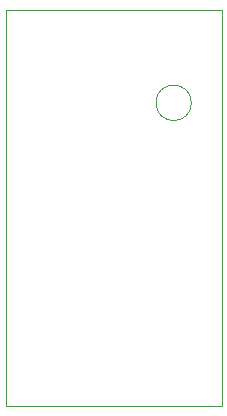
<source format=gbr>
%TF.GenerationSoftware,KiCad,Pcbnew,5.1.7+dfsg1-1~bpo10+1*%
%TF.CreationDate,Date%
%TF.ProjectId,ProMicro_BOOST,50726f4d-6963-4726-9f5f-424f4f53542e,v1.7*%
%TF.SameCoordinates,Original*%
%TF.FileFunction,Other,User*%
%FSLAX46Y46*%
G04 Gerber Fmt 4.6, Leading zero omitted, Abs format (unit mm)*
G04 Created by KiCad*
%MOMM*%
%LPD*%
G01*
G04 APERTURE LIST*
%ADD10C,0.050000*%
G04 APERTURE END LIST*
D10*
%TO.C,A1*%
X-1520000Y-4060000D02*
X16760000Y-4060000D01*
X-1520000Y-4060000D02*
X-1520000Y29460000D01*
X16760000Y29460000D02*
X16760000Y-4060000D01*
X16760000Y29460000D02*
X-1520000Y29460000D01*
%TO.C,TP1*%
X14200000Y21590000D02*
G75*
G03*
X14200000Y21590000I-1500000J0D01*
G01*
%TD*%
M02*

</source>
